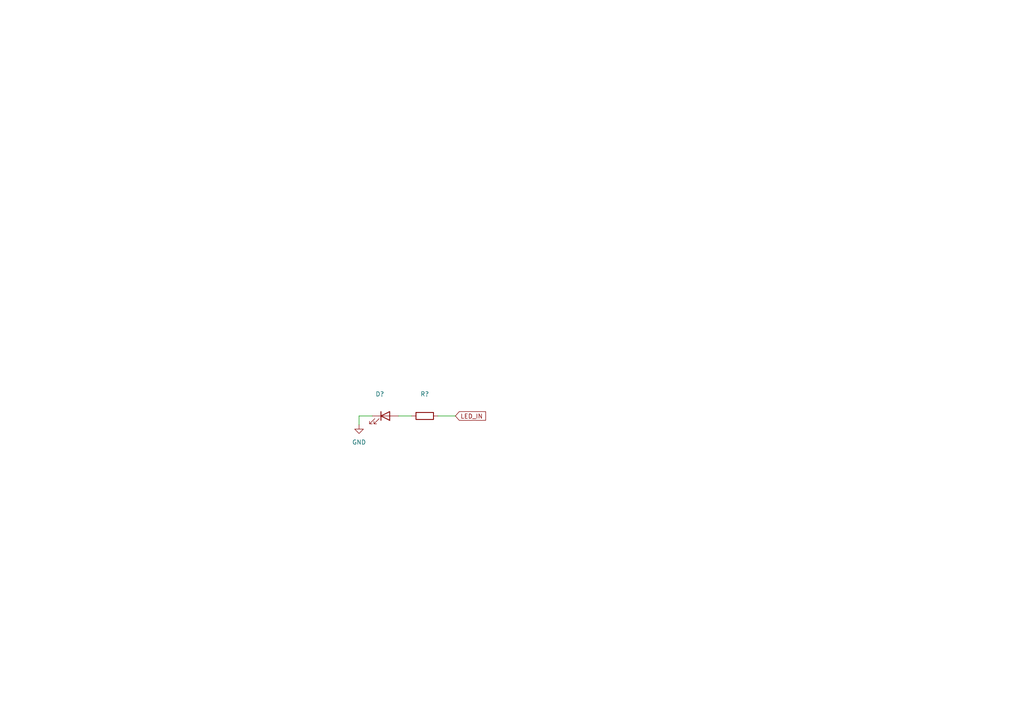
<source format=kicad_sch>
(kicad_sch (version 20211123) (generator eeschema)

  (uuid 7793ddb8-54c9-4f95-b8b1-e2026c656fff)

  (paper "A4")

  (lib_symbols
    (symbol "Device:LED" (pin_numbers hide) (pin_names (offset 1.016) hide) (in_bom yes) (on_board yes)
      (property "Reference" "D" (id 0) (at 0 2.54 0)
        (effects (font (size 1.27 1.27)))
      )
      (property "Value" "LED" (id 1) (at 0 -2.54 0)
        (effects (font (size 1.27 1.27)))
      )
      (property "Footprint" "" (id 2) (at 0 0 0)
        (effects (font (size 1.27 1.27)) hide)
      )
      (property "Datasheet" "~" (id 3) (at 0 0 0)
        (effects (font (size 1.27 1.27)) hide)
      )
      (property "ki_keywords" "LED diode" (id 4) (at 0 0 0)
        (effects (font (size 1.27 1.27)) hide)
      )
      (property "ki_description" "Light emitting diode" (id 5) (at 0 0 0)
        (effects (font (size 1.27 1.27)) hide)
      )
      (property "ki_fp_filters" "LED* LED_SMD:* LED_THT:*" (id 6) (at 0 0 0)
        (effects (font (size 1.27 1.27)) hide)
      )
      (symbol "LED_0_1"
        (polyline
          (pts
            (xy -1.27 -1.27)
            (xy -1.27 1.27)
          )
          (stroke (width 0.254) (type default) (color 0 0 0 0))
          (fill (type none))
        )
        (polyline
          (pts
            (xy -1.27 0)
            (xy 1.27 0)
          )
          (stroke (width 0) (type default) (color 0 0 0 0))
          (fill (type none))
        )
        (polyline
          (pts
            (xy 1.27 -1.27)
            (xy 1.27 1.27)
            (xy -1.27 0)
            (xy 1.27 -1.27)
          )
          (stroke (width 0.254) (type default) (color 0 0 0 0))
          (fill (type none))
        )
        (polyline
          (pts
            (xy -3.048 -0.762)
            (xy -4.572 -2.286)
            (xy -3.81 -2.286)
            (xy -4.572 -2.286)
            (xy -4.572 -1.524)
          )
          (stroke (width 0) (type default) (color 0 0 0 0))
          (fill (type none))
        )
        (polyline
          (pts
            (xy -1.778 -0.762)
            (xy -3.302 -2.286)
            (xy -2.54 -2.286)
            (xy -3.302 -2.286)
            (xy -3.302 -1.524)
          )
          (stroke (width 0) (type default) (color 0 0 0 0))
          (fill (type none))
        )
      )
      (symbol "LED_1_1"
        (pin passive line (at -3.81 0 0) (length 2.54)
          (name "K" (effects (font (size 1.27 1.27))))
          (number "1" (effects (font (size 1.27 1.27))))
        )
        (pin passive line (at 3.81 0 180) (length 2.54)
          (name "A" (effects (font (size 1.27 1.27))))
          (number "2" (effects (font (size 1.27 1.27))))
        )
      )
    )
    (symbol "Device:R" (pin_numbers hide) (pin_names (offset 0)) (in_bom yes) (on_board yes)
      (property "Reference" "R" (id 0) (at 2.032 0 90)
        (effects (font (size 1.27 1.27)))
      )
      (property "Value" "R" (id 1) (at 0 0 90)
        (effects (font (size 1.27 1.27)))
      )
      (property "Footprint" "" (id 2) (at -1.778 0 90)
        (effects (font (size 1.27 1.27)) hide)
      )
      (property "Datasheet" "~" (id 3) (at 0 0 0)
        (effects (font (size 1.27 1.27)) hide)
      )
      (property "ki_keywords" "R res resistor" (id 4) (at 0 0 0)
        (effects (font (size 1.27 1.27)) hide)
      )
      (property "ki_description" "Resistor" (id 5) (at 0 0 0)
        (effects (font (size 1.27 1.27)) hide)
      )
      (property "ki_fp_filters" "R_*" (id 6) (at 0 0 0)
        (effects (font (size 1.27 1.27)) hide)
      )
      (symbol "R_0_1"
        (rectangle (start -1.016 -2.54) (end 1.016 2.54)
          (stroke (width 0.254) (type default) (color 0 0 0 0))
          (fill (type none))
        )
      )
      (symbol "R_1_1"
        (pin passive line (at 0 3.81 270) (length 1.27)
          (name "~" (effects (font (size 1.27 1.27))))
          (number "1" (effects (font (size 1.27 1.27))))
        )
        (pin passive line (at 0 -3.81 90) (length 1.27)
          (name "~" (effects (font (size 1.27 1.27))))
          (number "2" (effects (font (size 1.27 1.27))))
        )
      )
    )
    (symbol "power:GND" (power) (pin_names (offset 0)) (in_bom yes) (on_board yes)
      (property "Reference" "#PWR" (id 0) (at 0 -6.35 0)
        (effects (font (size 1.27 1.27)) hide)
      )
      (property "Value" "GND" (id 1) (at 0 -3.81 0)
        (effects (font (size 1.27 1.27)))
      )
      (property "Footprint" "" (id 2) (at 0 0 0)
        (effects (font (size 1.27 1.27)) hide)
      )
      (property "Datasheet" "" (id 3) (at 0 0 0)
        (effects (font (size 1.27 1.27)) hide)
      )
      (property "ki_keywords" "power-flag" (id 4) (at 0 0 0)
        (effects (font (size 1.27 1.27)) hide)
      )
      (property "ki_description" "Power symbol creates a global label with name \"GND\" , ground" (id 5) (at 0 0 0)
        (effects (font (size 1.27 1.27)) hide)
      )
      (symbol "GND_0_1"
        (polyline
          (pts
            (xy 0 0)
            (xy 0 -1.27)
            (xy 1.27 -1.27)
            (xy 0 -2.54)
            (xy -1.27 -1.27)
            (xy 0 -1.27)
          )
          (stroke (width 0) (type default) (color 0 0 0 0))
          (fill (type none))
        )
      )
      (symbol "GND_1_1"
        (pin power_in line (at 0 0 270) (length 0) hide
          (name "GND" (effects (font (size 1.27 1.27))))
          (number "1" (effects (font (size 1.27 1.27))))
        )
      )
    )
  )


  (wire (pts (xy 104.14 120.65) (xy 104.14 123.19))
    (stroke (width 0) (type default) (color 0 0 0 0))
    (uuid 7471c40f-07c5-4265-a422-dc6650f62390)
  )
  (wire (pts (xy 107.95 120.65) (xy 104.14 120.65))
    (stroke (width 0) (type default) (color 0 0 0 0))
    (uuid 766b4fa9-429b-494f-b6d4-4330bc0af84d)
  )
  (wire (pts (xy 127 120.65) (xy 132.08 120.65))
    (stroke (width 0) (type default) (color 0 0 0 0))
    (uuid 81343d47-7121-40eb-8e44-3a2bb0c082bf)
  )
  (wire (pts (xy 115.57 120.65) (xy 119.38 120.65))
    (stroke (width 0) (type default) (color 0 0 0 0))
    (uuid 89d12ed9-3de0-4f40-9bd2-a242e065b724)
  )

  (global_label "LED_IN" (shape input) (at 132.08 120.65 0) (fields_autoplaced)
    (effects (font (size 1.27 1.27)) (justify left))
    (uuid 9d32461d-031a-47d1-9316-91d7509269c6)
    (property "Intersheet References" "${INTERSHEET_REFS}" (id 0) (at 140.8431 120.5706 0)
      (effects (font (size 1.27 1.27)) (justify left) hide)
    )
  )

  (symbol (lib_id "Device:R") (at 123.19 120.65 270) (unit 1)
    (in_bom yes) (on_board yes) (fields_autoplaced)
    (uuid 09a70f94-bcb5-4200-9a9c-d461f14b9ab8)
    (property "Reference" "R?" (id 0) (at 123.19 114.3 90))
    (property "Value" "" (id 1) (at 123.19 116.84 90))
    (property "Footprint" "" (id 2) (at 123.19 118.872 90)
      (effects (font (size 1.27 1.27)) hide)
    )
    (property "Datasheet" "~" (id 3) (at 123.19 120.65 0)
      (effects (font (size 1.27 1.27)) hide)
    )
    (pin "1" (uuid a5f45979-5117-48e6-bc4a-ec0552bfda8a))
    (pin "2" (uuid 45055bfb-c0e4-4418-b24f-c6c39ea18218))
  )

  (symbol (lib_id "Device:LED") (at 111.76 120.65 0) (unit 1)
    (in_bom yes) (on_board yes) (fields_autoplaced)
    (uuid 58ca3f3b-2633-4a19-9285-d524b8f4c328)
    (property "Reference" "D?" (id 0) (at 110.1725 114.3 0))
    (property "Value" "" (id 1) (at 110.1725 116.84 0))
    (property "Footprint" "" (id 2) (at 111.76 120.65 0)
      (effects (font (size 1.27 1.27)) hide)
    )
    (property "Datasheet" "~" (id 3) (at 111.76 120.65 0)
      (effects (font (size 1.27 1.27)) hide)
    )
    (pin "1" (uuid 80858c59-5f79-4936-b36c-0b226767ba43))
    (pin "2" (uuid 8d62bfde-6806-4d8f-a30d-6798074d8b0a))
  )

  (symbol (lib_id "power:GND") (at 104.14 123.19 0) (unit 1)
    (in_bom yes) (on_board yes) (fields_autoplaced)
    (uuid da347c51-ae6d-426d-be3f-ebaf0c586839)
    (property "Reference" "#PWR?" (id 0) (at 104.14 129.54 0)
      (effects (font (size 1.27 1.27)) hide)
    )
    (property "Value" "" (id 1) (at 104.14 128.27 0))
    (property "Footprint" "" (id 2) (at 104.14 123.19 0)
      (effects (font (size 1.27 1.27)) hide)
    )
    (property "Datasheet" "" (id 3) (at 104.14 123.19 0)
      (effects (font (size 1.27 1.27)) hide)
    )
    (pin "1" (uuid 446c1dab-06ba-4929-9732-ed4d844555a8))
  )

  (sheet_instances
    (path "/" (page "1"))
  )

  (symbol_instances
    (path "/a6b7f9f3-4123-4201-aea1-d228bbc1ecb5"
      (reference "#PWR?") (unit 1) (value "GND") (footprint "")
    )
    (path "/abb33329-6a38-451b-9828-291f9d4627f9"
      (reference "D?") (unit 1) (value "LED") (footprint "")
    )
    (path "/836190c2-e300-44c2-a190-2f4defc7d338"
      (reference "R?") (unit 1) (value "R") (footprint "")
    )
  )
)

</source>
